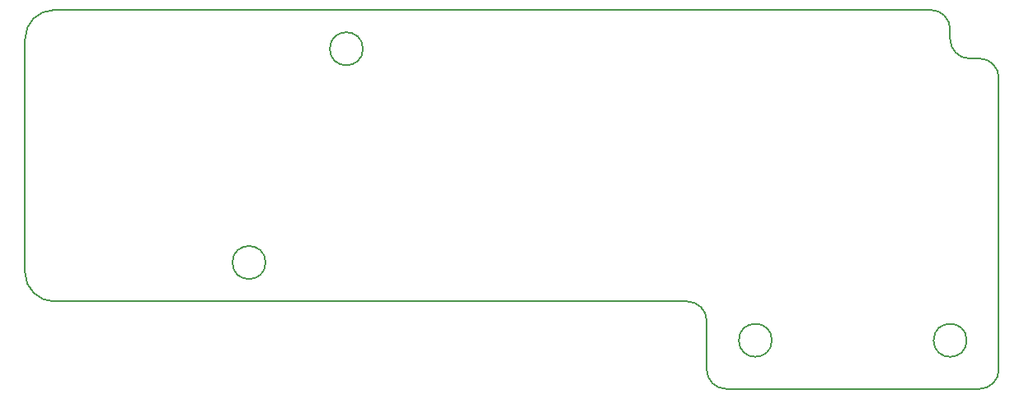
<source format=gbr>
%TF.GenerationSoftware,KiCad,Pcbnew,8.0.2*%
%TF.CreationDate,2025-04-19T09:34:17+08:00*%
%TF.ProjectId,ternel_handel,7465726e-656c-45f6-9861-6e64656c2e6b,rev?*%
%TF.SameCoordinates,PX5636500PY71de640*%
%TF.FileFunction,Profile,NP*%
%FSLAX46Y46*%
G04 Gerber Fmt 4.6, Leading zero omitted, Abs format (unit mm)*
G04 Created by KiCad (PCBNEW 8.0.2) date 2025-04-19 09:34:17*
%MOMM*%
%LPD*%
G01*
G04 APERTURE LIST*
%TA.AperFunction,Profile*%
%ADD10C,0.130000*%
%TD*%
G04 APERTURE END LIST*
D10*
X71600000Y3406645D02*
X71600000Y8400001D01*
X78300000Y6400000D02*
G75*
G02*
X74900000Y6400000I-1700000J0D01*
G01*
X74900000Y6400000D02*
G75*
G02*
X78300000Y6400000I1700000J0D01*
G01*
X101600000Y3400012D02*
G75*
G02*
X99600000Y1400000I-2000000J-12D01*
G01*
X1600000Y37400000D02*
X1600000Y13400002D01*
X99600000Y35400001D02*
X98600000Y35400001D01*
X99600000Y1400001D02*
X73600000Y1400001D01*
X101600000Y3400012D02*
X101600000Y33400001D01*
X98600000Y35400001D02*
G75*
G02*
X96600012Y37406645I0J1999999D01*
G01*
X69600000Y10400001D02*
G75*
G02*
X71600001Y8400001I0J-2000001D01*
G01*
X73600000Y1400001D02*
G75*
G02*
X71600012Y3406645I0J1999999D01*
G01*
X94600000Y40400001D02*
X4600001Y40400001D01*
X99600000Y35400001D02*
G75*
G02*
X101600001Y33400001I0J-2000001D01*
G01*
X36300000Y36400000D02*
G75*
G02*
X32900000Y36400000I-1700000J0D01*
G01*
X32900000Y36400000D02*
G75*
G02*
X36300000Y36400000I1700000J0D01*
G01*
X98300000Y6400000D02*
G75*
G02*
X94900000Y6400000I-1700000J0D01*
G01*
X94900000Y6400000D02*
G75*
G02*
X98300000Y6400000I1700000J0D01*
G01*
X96600000Y37406645D02*
X96600000Y38400001D01*
X4600001Y10400001D02*
X69600000Y10400001D01*
X4600001Y10400001D02*
G75*
G02*
X1600001Y13400002I-1J2999999D01*
G01*
X94600000Y40400001D02*
G75*
G02*
X96600001Y38400001I0J-2000001D01*
G01*
X26300000Y14400000D02*
G75*
G02*
X22900000Y14400000I-1700000J0D01*
G01*
X22900000Y14400000D02*
G75*
G02*
X26300000Y14400000I1700000J0D01*
G01*
X1600000Y37400000D02*
G75*
G02*
X4600001Y40400000I3000000J0D01*
G01*
M02*

</source>
